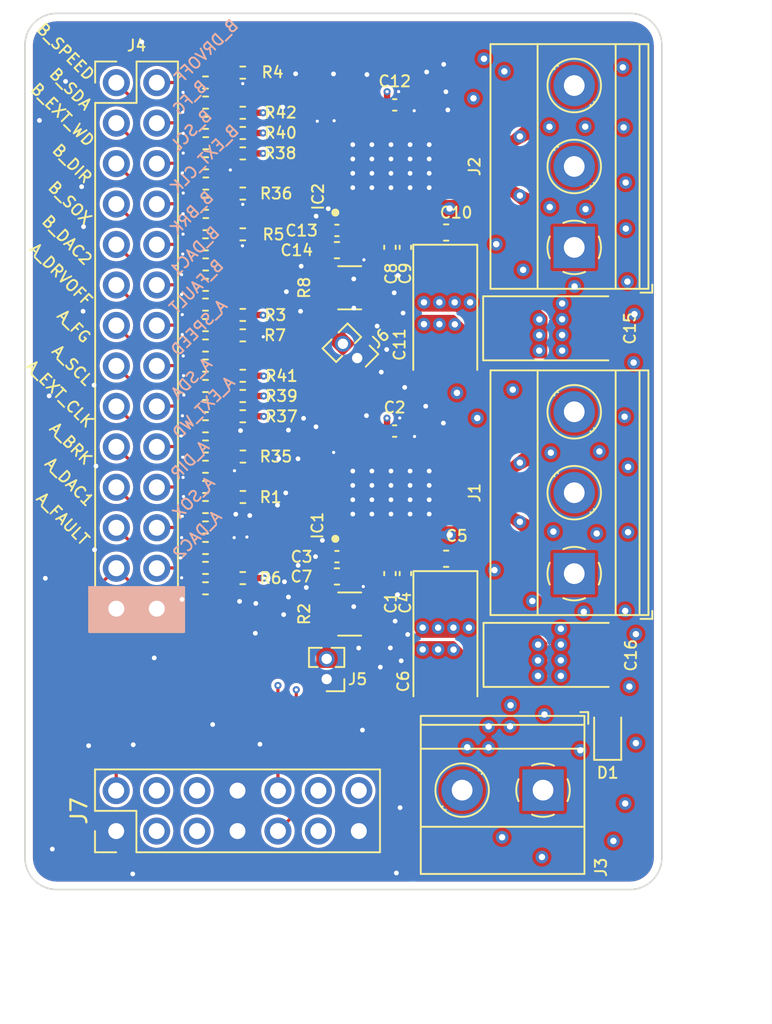
<source format=kicad_pcb>
(kicad_pcb (version 20240108) (generator "pcbnew") (generator_version "8.0")
  (layers (0 "F.Cu" signal) (1 "In1.Cu" signal) (2 "In2.Cu" signal) (31 "B.Cu" signal) (34 "B.Paste" user) (35 "F.Paste" user) (36 "B.SilkS" user "B.Silkscreen") (37 "F.SilkS" user "F.Silkscreen") (38 "B.Mask" user) (39 "F.Mask" user) (44 "Edge.Cuts" user))
  (net 0 "")
  (net 1 "Net-(IC1-CPH)")
  (net 2 "Net-(IC1-CPL)")
  (net 3 "Net-(IC1-DVDD)")
  (net 4 "Net-(IC1-CP)")
  (net 5 "Vdrive")
  (net 6 "GND")
  (net 7 "/ESC_A/VDDA")
  (net 8 "/ESC_B/VDDA")
  (net 9 "Net-(J1-Pin_1)")
  (net 15 "GNDPWR")
  (net 16 "Net-(IC1-FB_BK)")
  (net 17 "Net-(IC1-SW_BK)")
  (net 18 "Net-(IC2-CPH)")
  (net 19 "Net-(IC2-CPL)")
  (net 20 "Net-(IC2-CP)")
  (net 21 "Net-(IC2-DVDD)")
  (net 22 "Net-(IC2-FB_BK)")
  (net 23 "Net-(IC2-SW_BK)")
  (net 24 "Net-(J1-Pin_2)")
  (net 25 "Net-(J1-Pin_3)")
  (net 26 "Net-(J2-Pin_1)")
  (net 32 "/SPEED_A")
  (net 33 "/FG_A")
  (net 34 "/FAULT_A")
  (net 35 "/SPEED_B")
  (net 36 "/FG_B")
  (net 37 "/FAULT_B")
  (net 38 "/IIC_A.SDA")
  (net 39 "/IIC_A.SCL")
  (net 40 "/CTL_A.DRVOFF")
  (net 41 "/CTL_A.EXT_WD")
  (net 42 "/CTL_A.EXT_CLK")
  (net 43 "/CTL_A.DIR")
  (net 44 "/CTL_A.BRAKE")
  (net 45 "/CTL_A.DACOUT2{slash}SOX")
  (net 46 "/CTL_A.DACOUT1")
  (net 47 "/CTL_A.DACOUT2")
  (net 48 "/CTL_B.DRVOFF")
  (net 49 "/CTL_B.EXT_WD")
  (net 50 "/CTL_B.EXT_CLK")
  (net 51 "/CTL_B.DIR")
  (net 52 "/CTL_B.BRAKE")
  (net 53 "/CTL_B.DACOUT2{slash}SOX")
  (net 54 "/CTL_B.DACOUT1")
  (net 55 "/CTL_B.DACOUT2")
  (net 56 "/IIC_B.SDA")
  (net 57 "/IIC_B.SCL")
  (net 58 "Net-(J4-Pin_2)")
  (net 59 "Net-(J4-Pin_4)")
  (net 60 "Net-(J4-Pin_6)")
  (net 61 "Net-(J4-Pin_8)")
  (net 62 "Net-(J4-Pin_1)")
  (net 63 "Net-(J4-Pin_3)")
  (net 64 "Net-(J4-Pin_5)")
  (net 65 "Net-(J4-Pin_7)")
  (net 66 "Net-(J4-Pin_9)")
  (net 67 "Net-(J4-Pin_10)")
  (net 68 "Net-(J4-Pin_11)")
  (net 69 "Net-(J4-Pin_12)")
  (net 70 "Net-(J4-Pin_14)")
  (net 71 "Net-(J4-Pin_13)")
  (net 72 "Net-(J4-Pin_15)")
  (net 73 "Net-(J4-Pin_16)")
  (net 74 "Net-(J4-Pin_17)")
  (net 75 "Net-(J4-Pin_18)")
  (net 76 "Net-(J4-Pin_19)")
  (net 77 "Net-(J4-Pin_20)")
  (net 78 "Net-(J4-Pin_21)")
  (net 79 "Net-(J4-Pin_22)")
  (net 80 "Net-(J4-Pin_23)")
  (net 81 "Net-(J4-Pin_24)")
  (net 82 "Net-(J4-Pin_25)")
  (net 83 "Net-(J4-Pin_26)")
  (net 84 "Net-(J2-Pin_2)")
  (net 85 "Net-(J2-Pin_3)")
  (footprint "Resistor_SMD:R_0402_1005Metric" (layer "F.Cu") (at 121.81 98.95)
    (property "Reference" "R28" (hide yes))
    (property "Value" "100R")
  )
  (footprint "Resistor_SMD:R_0402_1005Metric" (layer "F.Cu") (at 124.15 89.41 180)
    (property "Reference" "R36")
    (property "Value" "10K")
  )
  (footprint "Capacitor_SMD:C_0402_1005Metric" (layer "F.Cu") (at 134.365 113.265 -90)
    (property "Reference" "C4")
    (property "Value" "1u")
  )
  (footprint "Resistor_SMD:R_0402_1005Metric" (layer "F.Cu") (at 121.81 97.67 180)
    (property "Reference" "R21" (hide yes))
    (property "Value" "100R")
  )
  (footprint "Connector_PinHeader_1.27mm:PinHeader_1x02_P1.27mm_Vertical" (layer "F.Cu") (at 131.338026 99.738026 -135)
    (property "Reference" "J6")
    (property "Value" "Conn_01x02_Pin")
  )
  (footprint "Connector_PinHeader_2.54mm:PinHeader_2x07_P2.54mm_Vertical" (layer "F.Cu") (at 116.2 129.43 90)
    (property "Reference" "J7")
    (property "Value" "Conn_02x06_Top_Bottom")
  )
  (footprint "Resistor_SMD:R_0402_1005Metric" (layer "F.Cu") (at 121.82 87.51 180)
    (property "Reference" "R11" (hide yes))
    (property "Value" "100R")
  )
  (footprint "Resistor_SMD:R_0402_1005Metric" (layer "F.Cu") (at 121.82 84.97 180)
    (property "Reference" "R10" (hide yes))
    (property "Value" "100R")
  )
  (footprint "Capacitor_SMD:C_0402_1005Metric" (layer "F.Cu") (at 133.395001 92.785001 -90)
    (property "Reference" "C8")
    (property "Value" "47n")
  )
  (footprint "Capacitor_SMD:C_0402_1005Metric" (layer "F.Cu") (at 134.365 92.785001 -90)
    (property "Reference" "C9")
    (property "Value" "1u")
  )
  (footprint "Capacitor_Tantalum_SMD:CP_EIA-7132-28_AVX-C" (layer "F.Cu") (at 136.87 96.9325 -90)
    (property "Reference" "C11")
    (property "Value" "100u/16V")
  )
  (footprint "Resistor_SMD:R_0402_1005Metric" (layer "F.Cu") (at 124.15 100.85 180)
    (property "Reference" "R41")
    (property "Value" "10K")
  )
  (footprint "Resistor_SMD:R_0402_1005Metric" (layer "F.Cu") (at 121.81 105.29 180)
    (property "Reference" "R24" (hide yes))
    (property "Value" "100R")
  )
  (footprint "Resistor_SMD:R_0402_1005Metric" (layer "F.Cu") (at 124.15 97.03 180)
    (property "Reference" "R3")
    (property "Value" "10K")
  )
  (footprint "Capacitor_SMD:C_0603_1608Metric" (layer "F.Cu") (at 136.925 91.855001 180)
    (property "Reference" "C10")
    (property "Value" "100n")
  )
  (footprint "TerminalBlock_Phoenix:TerminalBlock_Phoenix_MKDS-1,5-3-5.08_1x03_P5.08mm_Horizontal" (layer "F.Cu") (at 144.97 113.27 90)
    (property "Reference" "J1")
    (property "Value" "Screw_Terminal_01x03")
  )
  (footprint "Resistor_SMD:R_0402_1005Metric" (layer "F.Cu") (at 121.81 109.09)
    (property "Reference" "R32" (hide yes))
    (property "Value" "100R")
  )
  (footprint "Resistor_SMD:R_0402_1005Metric" (layer "F.Cu") (at 124.15 113.55 180)
    (property "Reference" "R6")
    (property "Value" "10K")
  )
  (footprint "Resistor_SMD:R_0402_1005Metric" (layer "F.Cu") (at 121.81 92.6 180)
    (property "Reference" "R19" (hide yes))
    (property "Value" "100R")
  )
  (footprint "Capacitor_SMD:C_0402_1005Metric" (layer "F.Cu") (at 133.69 104.32 180)
    (property "Reference" "C2")
    (property "Value" "1u")
  )
  (footprint "Resistor_SMD:R_0402_1005Metric" (layer "F.Cu") (at 124.15 85.61 180)
    (property "Reference" "R40")
    (property "Value" "10K")
  )
  (footprint "Capacitor_SMD:C_0402_1005Metric" (layer "F.Cu") (at 133.395 113.265 -90)
    (property "Reference" "C1")
    (property "Value" "47n")
  )
  (footprint "Resistor_SMD:R_0402_1005Metric" (layer "F.Cu") (at 121.81 100.21 180)
    (property "Reference" "R22" (hide yes))
    (property "Value" "100R")
  )
  (footprint "Resistor_SMD:R_0402_1005Metric" (layer "F.Cu") (at 124.15 103.39 180)
    (property "Reference" "R37")
    (property "Value" "10K")
  )
  (footprint "Resistor_SMD:R_0402_1005Metric" (layer "F.Cu") (at 121.81 107.83 180)
    (property "Reference" "R25" (hide yes))
    (property "Value" "100R")
  )
  (footprint "Capacitor_SMD:C_0603_1608Metric" (layer "F.Cu") (at 130.065001 92.965001)
    (property "Reference" "C14")
    (property "Value" "22u")
  )
  (footprint "Resistor_SMD:R_0402_1005Metric" (layer "F.Cu") (at 124.16 105.92 180)
    (property "Reference" "R35")
    (property "Value" "10K")
  )
  (footprint "Capacitor_SMD:C_0402_1005Metric" (layer "F.Cu") (at 130.065 112.205 180)
    (property "Reference" "C3")
    (property "Value" "1u")
  )
  (footprint "Capacitor_SMD:C_0603_1608Metric" (layer "F.Cu") (at 136.925 112.335 180)
    (property "Reference" "C5")
    (property "Value" "100n")
  )
  (footprint "Resistor_SMD:R_0402_1005Metric" (layer "F.Cu") (at 121.81 96.38)
    (property "Reference" "R18" (hide yes))
    (property "Value" "100R")
  )
  (footprint "Connector_PinHeader_2.54mm:PinHeader_2x14_P2.54mm_Vertical" (layer "F.Cu") (at 116.21 82.45)
    (property "Reference" "J4")
    (property "Value" "Conn_02x12_Odd_Even")
  )
  (footprint "Resistor_SMD:R_0402_1005Metric" (layer "F.Cu") (at 121.81 82.44 180)
    (property "Reference" "R9" (hide yes))
    (property "Value" "100R")
  )
  (footprint "Connector_PinHeader_1.27mm:PinHeader_1x02_P1.27mm_Vertical" (layer "F.Cu") (at 129.42 119.889999 180)
    (property "Reference" "J5")
    (property "Value" "Conn_01x02_Pin")
  )
  (footprint "Resistor_SMD:R_0402_1005Metric" (layer "F.Cu") (at 124.15 98.31)
    (property "Reference" "R7")
    (property "Value" "10K")
  )
  (footprint "Resistor_SMD:R_0402_1005Metric" (layer "F.Cu") (at 124.15 81.82)
    (property "Reference" "R4")
    (property "Value" "10K")
  )
  (footprint "Capacitor_SMD:C_0402_1005Metric" (layer "F.Cu") (at 133.694999 83.845001 180)
    (property "Reference" "C12")
    (property "Value" "1u")
  )
  (footprint "Capacitor_SMD:C_0402_1005Metric" (layer "F.Cu") (at 130.065002 91.725001 180)
    (property "Reference" "C13")
    (property "Value" "1u")
  )
  (footprint "Resistor_SMD:R_0402_1005Metric" (layer "F.Cu") (at 124.15 102.12 180)
    (property "Reference" "R39")
    (property "Value" "10K")
  )
  (footprint "Capacitor_SMD:C_0603_1608Metric" (layer "F.Cu") (at 130.065 113.445)
    (property "Reference" "C7")
    (property "Value" "22u")
  )
  (footprint "Resistor_SMD:R_0402_1005Metric" (layer "F.Cu") (at 124.15 84.34 180)
    (property "Reference" "R42")
    (property "Value" "10K")
  )
  (footprint "Resistor_SMD:R_1210_3225Metric" (layer "F.Cu") (at 130.865 115.805 180)
    (property "Reference" "R2")
    (property "Value" "?")
  )
  (footprint "Resistor_SMD:R_0402_1005Metric" (layer "F.Cu") (at 121.82 93.86)
    (property "Reference" "R17" (hide yes))
    (property "Value" "100R")
  )
  (footprint "Resistor_SMD:R_1210_3225Metric" (layer "F.Cu") (at 130.865001 95.325001 180)
    (property "Reference" "R8")
    (property "Value" "?")
  )
  (footprint "Resistor_SMD:R_0402_1005Metric" (layer "F.Cu") (at 121.82 83.7)
    (property "Reference" "R13" (hide yes))
    (property "Value" "100R")
  )
  (footprint "Resistor_SMD:R_0402_1005Metric" (layer "F.Cu") (at 121.83 86.25)
    (property "Reference" "R14" (hide yes))
    (property "Value" "100R")
  )
  (footprint "Resistor_SMD:R_0402_1005Metric" (layer "F.Cu") (at 121.83 91.33)
    (property "Reference" "R16" (hide yes))
    (property "Value" "100R")
  )
  (footprint "Resistor_SMD:R_0402_1005Metric" (layer "F.Cu") (at 121.81 111.66)
    (property "Reference" "R33" (hide yes))
    (property "Value" "100R")
  )
  (footprint "Capacitor_Tantalum_SMD:CP_EIA-7132-28_AVX-C" (layer "F.Cu") (at 143.56 97.87)
    (property "Reference" "C15")
    (property "Value" "100u/16V")
  )
  (footprint "Resistor_SMD:R_0402_1005Metric" (layer "F.Cu") (at 121.83 88.78)
    (property "Reference" "R15" (hide yes))
    (property "Value" "100R")
  )
  (footprint "Resistor_SMD:R_0402_1005Metric" (layer "F.Cu") (at 121.81 102.75 180)
    (property "Reference" "R23" (hide yes))
    (property "Value" "100R")
  )
  (footprint "Capacitor_Tantalum_SMD:CP_EIA-7132-28_AVX-C" (layer "F.Cu") (at 143.5825 118.37)
    (property "Reference" "C16")
    (property "Value" "100u/16V")
  )
  (footprint "Resistor_SMD:R_0402_1005Metric" (layer "F.Cu") (at 121.81 104.02)
    (property "Reference" "R30" (hide yes))
    (property "Value" "100R")
  )
  (footprint "Resistor_SMD:R_0402_1005Metric" (layer "F.Cu") (at 121.81 112.91 180)
    (property "Reference" "R27" (hide yes))
    (property "Value" "100R")
  )
  (footprint "Resistor_SMD:R_0402_1005Metric" (layer "F.Cu") (at 121.81 110.37 180)
    (property "Reference" "R26" (hide yes))
    (property "Value" "100R")
  )
  (footprint "parts:QFN50P500X700X100-41N-D" (layer "F.Cu") (at 133.465 108.185 90)
    (property "Reference" "IC1")
    (property "Value" "MCT8316A1VRGFR" (hide yes))
  )
  (footprint "Resistor_SMD:R_0402_1005Metric" (layer "F.Cu") (at 124.15 91.97)
    (property "Reference" "R5")
    (property "Value" "10K")
  )
  (footprint "TerminalBlock_Phoenix:TerminalBlock_Phoenix_MKDS-1,5-3-5.08_1x03_P5.08mm_Horizontal" (layer "F.Cu") (at 144.97 92.789999 90)
    (property "Reference" "J2")
    (property "Value" "Screw_Terminal_01x03")
  )
  (footprint "Resistor_SMD:R_0402_1005Metric" (layer "F.Cu") (at 124.16 108.46)
    (property "Reference" "R1")
    (property "Value" "10K")
  )
  (footprint "Resistor_SMD:R_0402_1005Metric" (layer "F.Cu") (at 121.81 114.19)
    (property "Reference" "R34" (hide yes))
    (property "Value" "100R")
  )
  (footprint "TerminalBlock_Phoenix:TerminalBlock_Phoenix_MKDS-1,5-2-5.08_1x02_P5.08mm_Horizontal" (layer "F.Cu") (at 143.01 126.86 180)
    (property "Reference" "J3")
    (property "Value" "Screw_Terminal_01x03")
  )
  (footprint "Resistor_SMD:R_0402_1005Metric" (layer "F.Cu") (at 121.82 95.14 180)
    (property "Reference" "R20" (hide yes))
    (property "Value" "100R")
  )
  (footprint "Capacitor_Tantalum_SMD:CP_EIA-7132-28_AVX-C" (layer "F.Cu") (at 136.88 117.4225 -90)
    (property "Reference" "C6")
    (property "Value" "100u/16V")
  )
  (footprint "parts:QFN50P500X700X100-41N-D" (layer "F.Cu") (at 133.465 87.705001 90)
    (property "Reference" "IC2")
    (property "Value" "MCT8316A1VRGFR" (hide yes))
  )
  (footprint "Diode_SMD:D_SOD-323" (layer "F.Cu") (at 147.07 123.35 90)
    (property "Reference" "D1")
    (property "Value" "SD36_SOD323")
  )
  (footprint "Resistor_SMD:R_0402_1005Metric" (layer "F.Cu") (at 121.81 101.49)
    (property "Reference" "R29" (hide yes))
    (property "Value" "100R")
  )
  (footprint "Resistor_SMD:R_0402_1005Metric" (layer "F.Cu") (at 121.81 106.56)
    (property "Reference" "R31" (hide yes))
    (property "Value" "100R")
  )
  (footprint "Resistor_SMD:R_0402_1005Metric" (layer "F.Cu") (at 121.82 90.05 180)
    (property "Reference" "R12" (hide yes))
    (property "Value" "100R")
  )
  (footprint "Resistor_SMD:R_0402_1005Metric" (layer "F.Cu") (at 124.15 86.89 180)
    (property "Reference" "R38")
    (property "Value" "10K")
  )
  (footprint "NetTie:NetTie-2_SMD_Pad0.5mm" (layer "B.Cu") (at 136.640001 90.35)
    (property "Reference" "NT2" (hide yes))
    (property "Value" "NetTie_2" (hide yes))
  )
  (footprint "NetTie:NetTie-2_SMD_Pad0.5mm" (layer "B.Cu") (at 136.65 110.84)
    (property "Reference" "NT1" (hide yes))
    (property "Value" "NetTie_2" (hide yes))
  )
  (gr_rect (start 114.52 114.13) (end 120.45 116.92) (stroke (width 0.15)) (fill solid) (layer "B.SilkS"))
  (gr_rect (start 114.52 114.13) (end 120.45 116.92) (stroke (width 0.15)) (fill solid) (layer "F.SilkS"))
  (gr_line (start 150.47 80.1) (end 150.47 131.1) (stroke (width 0.1)) (layer "Edge.Cuts"))
  (gr_line (start 110.47 131.1) (end 110.47 80.1) (stroke (width 0.1)) (layer "Edge.Cuts"))
  (gr_arc (start 110.469901 80.1) (mid 111.055716 78.685716) (end 112.47 78.099901) (stroke (width 0.1)) (layer "Edge.Cuts"))
  (gr_arc (start 148.47 78.1) (mid 149.884214 78.685786) (end 150.47 80.1) (stroke (width 0.1)) (layer "Edge.Cuts"))
  (gr_line (start 112.47 78.099901) (end 148.47 78.099901) (stroke (width 0.1)) (layer "Edge.Cuts"))
  (gr_line (start 148.47 133.1) (end 112.47 133.1) (stroke (width 0.1)) (layer "Edge.Cuts"))
  (gr_arc (start 150.47 131.1) (mid 149.884214 132.514214) (end 148.47 133.1) (stroke (width 0.1)) (layer "Edge.Cuts"))
  (gr_arc (start 112.47 133.1) (mid 111.055786 132.514214) (end 110.47 131.1) (stroke (width 0.1)) (layer "Edge.Cuts"))
  (gr_text "B_SCL" (at 122.37 84.58 45) (layer "B.SilkS") (effects (font (size 0.7 0.7) (thickness 0.12) (bold yes)) (justify left bottom mirror)))
  (gr_text "A_EXT_WD" (at 123.81 101.32 45) (layer "B.SilkS") (effects (font (size 0.7 0.7) (thickness 0.12) (bold yes)) (justify left bottom mirror)))
  (gr_text "B_DAC1" (at 122.85 91.9 45) (layer "B.SilkS") (effects (font (size 0.7 0.7) (thickness 0.12) (bold yes)) (justify left bottom mirror)))
  (gr_text "A_DAC2" (at 122.98 109.74 45) (layer "B.SilkS") (effects (font (size 0.7 0.7) (thickness 0.12) (bold yes)) (justify left bottom mirror)))
  (gr_text "A_DIR" (at 122.2 105.36 45) (layer "B.SilkS") (effects (font (size 0.7 0.7) (thickness 0.12) (bold yes)) (justify left bottom mirror)))
  (gr_text "B_BRK" (at 122.47 89.69 45) (layer "B.SilkS") (effects (font (size 0.7 0.7) (thickness 0.12) (bold yes)) (justify left bottom mirror)))
  (gr_text "B_EXT_CLK" (at 124.06 85.51 45) (layer "B.SilkS") (effects (font (size 0.7 0.7) (thickness 0.12) (bold yes)) (justify left bottom mirror)))
  (gr_text "A_SPEED" (at 123.33 96.5 45) (layer "B.SilkS") (effects (font (size 0.7 0.7) (thickness 0.12) (bold yes)) (justify left bottom mirror)))
  (gr_text "A_SDA" (at 122.38 100.16 45) (layer "B.SilkS") (effects (font (size 0.7 0.7) (thickness 0.12) (bold yes)) (justify left bottom mirror)))
  (gr_text "A_SOX" (at 122.55 107.61 45) (layer "B.SilkS") (effects (font (size 0.7 0.7) (thickness 0.12) (bold yes)) (justify left bottom mirror)))
  (gr_text "B_DRVOFF" (at 124.03 78.9 45) (layer "B.SilkS") (effects (font (size 0.7 0.7) (thickness 0.12) (bold yes)) (justify left bottom mirror)))
  (gr_text "B_FAULT" (at 123.1 93.97 45) (layer "B.SilkS") (effects (font (size 0.7 0.7) (thickness 0.12) (bold yes)) (justify left bottom mirror)))
  (gr_text "B_FG" (at 122.08 82.73 45) (layer "B.SilkS") (effects (font (size 0.7 0.7) (thickness 0.12) (bold yes)) (justify left bottom mirror)))
  (gr_text "A_FAULT" (at 111.03 108.59 -45) (layer "F.SilkS") (effects (font (size 0.7 0.7) (thickness 0.12) (bold yes)) (justify left bottom)))
  (gr_text "B_SOX" (at 111.78 89.06 -45) (layer "F.SilkS") (effects (font (size 0.7 0.7) (thickness 0.12) (bold yes)) (justify left bottom)))
  (gr_text "B_EXT_WD" (at 110.68 82.9 -45) (layer "F.SilkS") (effects (font (size 0.7 0.7) (thickness 0.12) (bold yes)) (justify left bottom)))
  (gr_text "A_EXT_CLK" (at 110.38 100.29 -45) (layer "F.SilkS") (effects (font (size 0.7 0.7) (thickness 0.12) (bold yes)) (justify left bottom)))
  (gr_text "B_DAC2" (at 111.39 91.19 -45) (layer "F.SilkS") (effects (font (size 0.7 0.7) (thickness 0.12) (bold yes)) (justify left bottom)))
  (gr_text "A_BRK" (at 111.86 104.2 -45) (layer "F.SilkS") (effects (font (size 0.7 0.7) (thickness 0.12) (bold yes)) (justify left bottom)))
  (gr_text "A_DRVOFF" (at 110.59 92.94 -45) (layer "F.SilkS") (effects (font (size 0.7 0.7) (thickness 0.12) (bold yes)) (justify left bottom)))
  (gr_text "B_SDA" (at 111.86 81.95 -45) (layer "F.SilkS") (effects (font (size 0.7 0.7) (thickness 0.12) (bold yes)) (justify left bottom)))
  (gr_text "A_FG" (at 112.34 97.12 -45) (layer "F.SilkS") (effects (font (size 0.7 0.7) (thickness 0.12) (bold yes)) (justify left bottom)))
  (gr_text "B_SPEED" (at 111.06 79.13 -45) (layer "F.SilkS") (effects (font (size 0.7 0.7) (thickness 0.12) (bold yes)) (justify left bottom)))
  (gr_text "B_DIR" (at 112.04 86.72 -45) (layer "F.SilkS") (effects (font (size 0.7 0.7) (thickness 0.12) (bold yes)) (justify left bottom)))
  (gr_text "A_DAC1" (at 111.57 106.4 -45) (layer "F.SilkS") (effects (font (size 0.7 0.7) (thickness 0.12) (bold yes)) (justify left bottom)))
  (gr_text "A_SCL" (at 112.01 99.34 315) (layer "F.SilkS") (effects (font (size 0.7 0.7) (thickness 0.12) (bold yes)) (justify left bottom)))
  (segment (start 133.715 112.095) (end 133.715 110.685) (width 0.2) (layer "F.Cu") (net 1))
  (segment (start 133.395 112.785) (end 133.395 112.415) (width 0.2) (layer "F.Cu") (net 1))
  (segment (start 133.395 112.415) (end 133.715 112.095) (width 0.2) (layer "F.Cu") (net 1))
  (segment (start 133.038866 112.205) (end 132.785 112.458866) (width 0.2) (layer "F.Cu") (net 2))
  (segment (start 132.785 112.458866) (end 132.785 113.135) (width 0.2) (layer "F.Cu") (net 2))
  (segment (start 133.215 110.685) (end 133.215 112.029314) (width 0.2) (layer "F.Cu") (net 2))
  (segment (start 133.215 112.029314) (end 133.039314 112.205) (width 0.2) (layer "F.Cu") (net 2))
  (segment (start 133.039314 112.205) (end 133.038866 112.205) (width 0.2) (layer "F.Cu") (net 2))
  (segment (start 132.785 113.135) (end 133.395 113.745) (width 0.2) (layer "F.Cu") (net 2))
  (segment (start 130.715 110.685) (end 130.715 110.915) (width 0.2) (layer "F.Cu") (net 3))
  (segment (start 129.585 112.045) (end 129.585 112.205) (width 0.2) (layer "F.Cu") (net 3))
  (segment (start 130.715 110.915) (end 129.585 112.045) (width 0.2) (layer "F.Cu") (net 3))
  (segment (start 134.215 110.685) (end 134.215 112.635) (width 0.2) (layer "F.Cu") (net 4))
  (segment (start 134.215 112.635) (end 134.365 112.785) (width 0.2) (layer "F.Cu") (net 4))
  (via (at 137.46 96.24) (size 0.8) (drill 0.4) (layers "F.Cu" "B.Cu") (net 5))
  (via (at 137.38 116.66) (size 0.8) (drill 0.4) (layers "F.Cu" "B.Cu") (net 5))
  (via (at 139.59 122.86) (size 0.8) (drill 0.4) (layers "F.Cu" "B.Cu") (net 5))
  (via (at 136.5 96.24) (size 0.8) (drill 0.4) (layers "F.Cu" "B.Cu") (net 5))
  (via (at 140.97 121.53) (size 0.8) (drill 0.4) (layers "F.Cu" "B.Cu") (net 5))
  (via (at 142.69 119.69) (size 0.8) (drill 0.4) (layers "F.Cu" "B.Cu") (net 5))
  (via (at 142.77 98.3) (size 0.8) (drill 0.4) (layers "F.Cu" "B.Cu") (net 5))
  (via (at 142.7 117.73) (size 0.8) (drill 0.4) (layers "F.Cu" "B.Cu") (net 5))
  (via (at 142.78 97.31) (size 0.8) (drill 0.4) (layers "F.Cu" "B.Cu") (net 5))
  (via (at 138.25 124.17) (size 0.8) (drill 0.4) (layers "F.Cu" "B.Cu") (net 5))
  (via (at 138.43 96.24) (size 0.8) (drill 0.4) (layers "F.Cu" "B.Cu") (net 5))
  (via (at 138.35 116.66) (size 0.8) (drill 0.4) (layers "F.Cu" "B.Cu") (net 5))
  (via (at 142.77 99.27) (size 0.8) (drill 0.4) (layers "F.Cu" "B.Cu") (net 5))
  (via (at 143.1 122.11) (size 0.8) (drill 0.4) (layers "F.Cu" "B.Cu") (net 5))
  (via (at 142.69 118.72) (size 0.8) (drill 0.4) (layers "F.Cu" "B.Cu") (net 5))
  (via (at 135.45 116.66) (size 0.8) (drill 0.4) (layers "F.Cu" "B.Cu") (net 5))
  (via (at 139.59 124.18) (size 0.8) (drill 0.4) (layers "F.Cu" "B.Cu") (net 5))
  (via (at 136.42 116.66) (size 0.8) (drill 0.4) (layers "F.Cu" "B.Cu") (net 5))
  (via (at 140.94 122.86) (size 0.8) (drill 0.4) (layers "F.Cu" "B.Cu") (net 5))
  (via (at 135.53 96.24) (size 0.8) (drill 0.4) (layers "F.Cu" "B.Cu") (net 5))
  (via (at 131.06 89.04) (size 0.6) (drill 0.3) (layers "F.Cu" "B.Cu") (net 6))
  (via (at 133.42 117.93) (size 0.6) (drill 0.3) (layers "F.Cu" "B.Cu") (net 6))
  (via (at 133.72 116.25) (size 0.6) (drill 0.3) (layers "F.Cu" "B.Cu") (net 6))
  (via (at 134.66 89.04) (size 0.6) (drill 0.3) (layers "F.Cu" "B.Cu") (net 6))
  (via (at 117.81 79.89) (size 0.6) (drill 0.3) (layers "F.Cu" "B.Cu") (net 6))
  (via (at 126.66 83.98) (size 0.6) (drill 0.3) (layers "F.Cu" "B.Cu") (net 6))
  (via (at 120.35 97.01) (size 0.45) (drill 0.2) (layers "F.Cu" "B.Cu") (net 6))
  (via (at 132.79 119.14) (size 0.6) (drill 0.3) (layers "F.Cu" "B.Cu") (net 6))
  (via (at 135.86 106.83) (size 0.6) (drill 0.3) (layers "F.Cu" "B.Cu") (net 6))
  (via (at 133.46 108.63) (size 0.6) (drill 0.3) (layers "F.Cu" "B.Cu") (net 6))
  (via (at 120.41 89.38) (size 0.45) (drill 0.2) (layers "F.Cu" "B.Cu") (net 6))
  (via (at 132.26 108.63) (size 0.6) (drill 0.3) (layers "F.Cu" "B.Cu") (net 6))
  (via (at 129.89 84.84) (size 0.45) (drill 0.2) (layers "F.Cu" "B.Cu") (net 6))
  (via (at 132.26 88.14) (size 0.6) (drill 0.3) (layers "F.Cu" "B.Cu") (net 6))
  (via (at 134.1 118.74) (size 0.6) (drill 0.3) (layers "F.Cu" "B.Cu") (net 6))
  (via (at 134.51 117.09) (size 0.6) (drill 0.3) (layers "F.Cu" "B.Cu") (net 6))
  (via (at 129.15 111.18) (size 0.6) (drill 0.3) (layers "F.Cu" "B.Cu") (net 6))
  (via (at 134.66 88.14) (size 0.6) (drill 0.3) (layers "F.Cu" "B.Cu") (net 6))
  (via (at 128.72 112.2) (size 0.6) (drill 0.3) (layers "F.Cu" "B.Cu") (net 6))
  (via (at 120.4 91.96) (size 0.45) (drill 0.2) (layers "F.Cu" "B.Cu") (net 6))
  (via (at 127.62 106.06) (size 0.6) (drill 0.3) (layers "F.Cu" "B.Cu") (net 6))
  (via (at 120.31 113.53) (size 0.45) (drill 0.2) (layers "F.Cu" "B.Cu") (net 6))
  (via (at 123.95 115.01) (size 0.6) (drill 0.3) (layers "F.Cu" "B.Cu") (net 6))
  (via (at 111.75 113.56) (size 0.6) (drill 0.3) (layers "F.Cu" "B.Cu") (net 6))
  (via (at 126.77 113.78) (size 0.6) (drill 0.3) (layers "F.Cu" "B.Cu") (net 6))
  (via (at 113.02 82.37) (size 0.6) (drill 0.3) (layers "F.Cu" "B.Cu") (net 6))
  (via (at 129.86 105.66) (size 0.45) (drill 0.2) (layers "F.Cu" "B.Cu") (net 6))
  (via (at 133.94 83.01) (size 0.45) (drill 0.2) (layers "F.Cu" "B.Cu") (net 6))
  (via (at 120.4 83.06) (size 0.45) (drill 0.2) (layers "F.Cu" "B.Cu") (net 6))
  (via (at 133.88 114.59) (size 0.6) (drill 0.3) (layers "F.Cu" "B.Cu") (net 6))
  (via (at 135.86 109.53) (size 0.6) (drill 0.3) (layers "F.Cu" "B.Cu") (net 6))
  (via (at 120.4 107.23) (size 0.45) (drill 0.2) (layers "F.Cu" "B.Cu") (net 6))
  (via (at 127.47 81.89) (size 0.6) (drill 0.3) (layers "F.Cu" "B.Cu") (net 6))
  (via (at 120.43 100.84) (size 0.45) (drill 0.2) (layers "F.Cu" "B.Cu") (net 6))
  (via (at 135.64 102.76) (size 0.6) (drill 0.3) (layers "F.Cu" "B.Cu") (net 6))
  (via (at 117.27 124.01) (size 0.6) (drill 0.3) (layers "F.Cu" "B.Cu") (net 6))
  (via (at 132.59 97.73) (size 0.6) (drill 0.3) (layers "F.Cu" "B.Cu") (net 6))
  (via (at 131.06 86.34) (size 0.6) (drill 0.3) (layers "F.Cu" "B.Cu") (net 6))
  (via (at 127.78 96.8) (size 0.6) (drill 0.3) (layers "F.Cu" "B.Cu") (net 6))
  (via (at 114.15 91.49) (size 0.6) (drill 0.3) (layers "F.Cu" "B.Cu") (net 6))
  (via (at 120.41 85.63) (size 0.45) (drill 0.2) (layers "F.Cu" "B.Cu") (net 6))
  (via (at 114.81 101.44) (size 0.6) (drill 0.3) (layers "F.Cu" "B.Cu") (net 6))
  (via (at 133.8 132.06) (size 0.6) (drill 0.3) (layers "F.Cu" "B.Cu") (net 6))
  (via (at 135.86 108.63) (size 0.6) (drill 0.3) (layers "F.Cu" "B.Cu") (net 6))
  (via (at 114.47 124.07) (size 0.6) (drill 0.3) (layers "F.Cu" "B.Cu") (net 6))
  (via (at 135.7 81.78) (size 0.6) (drill 0.3) (layers "F.Cu" "B.Cu") (net 6))
  (via (at 134.66 108.63) (size 0.6) (drill 0.3) (layers "F.Cu" "B.Cu") (net 6))
  (via (at 127.63 112.75) (size 0.6) (drill 0.3) (layers "F.Cu" "B.Cu") (net 6))
  (via (at 134.66 86.34) (size 0.6) (drill 0.3) (layers "F.Cu" "B.Cu") (net 6))
  (via (at 124.59 109.62) (size 0.6) (drill 0.3) (layers "F.Cu" "B.Cu") (net 6))
  (via (at 120.31 111.01) (size 0.45) (drill 0.2) (layers "F.Cu" "B.Cu") (net 6))
  (via (at 131.06 108.63) (size 0.6) (drill 0.3) (layers "F.Cu" "B.Cu") (net 6))
  (via (at 120.45 102.06) (size 0.45) (drill 0.2) (layers "F.Cu" "B.Cu") (net 6))
  (via (at 131.06 88.14) (size 0.6) (drill 0.3) (layers "F.Cu" "B.Cu") (net 6))
  (via (at 136.91 83.02) (size 0.6) (drill 0.3) (layers "F.Cu" "B.Cu") (net 6))
  (via (at 117.24 132.12) (size 0.6) (drill 0.3) (layers "F.Cu" "B.Cu") (net 6))
  (via (at 136.77 81.3) (size 0.6) (drill 0.3) (layers "F.Cu" "B.Cu") (net 6))
  (via (at 134.66 106.83) (size 0.6) (drill 0.3) (layers "F.Cu" "B.Cu") (net 6))
  (via (at 124.13 92.69) (size 0.45) (drill 0.2) (layers "F.Cu" "B.Cu") (net 6))
  (via (at 133.46 86.34) (size 0.6) (drill 0.3) (layers "F.Cu" "B.Cu") (net 6))
  (via (at 135.86 86.34) (size 0.6) (drill 0.3) (layers "F.Cu" "B.Cu") (net 6))
  (via (at 124.41 110.97) (size 0.45) (drill 0.2) (layers "F.Cu" "B.Cu") (net 6))
  (via (at 126.72 115.84) (size 0.6) (drill 0.3) (layers "F.Cu" "B.Cu") (net 6))
  (via (at 120.41 99.6) (size 0.45) (drill 0.2) (layers "F.Cu" "B.Cu") (net 6))
  (via (at 120.36 88.11) (size 0.45) (drill 0.2) (layers "F.Cu" "B.Cu") (net 6))
  (via (at 114.93 106.52) (size 0.6) (drill 0.3) (layers "F.Cu" "B.Cu") (net 6))
  (via (at 127.97 103.52) (size 0.6) (drill 0.3) (layers "F.Cu" "B.Cu") (net 6))
  (via (at 120.31 94.5) (size 0.45) (drill 0.2) (layers "F.Cu" "B.Cu") (net 6))
  (via (at 132.85 100.62) (size 0.6) (drill 0.3) (layers "F.Cu" "B.Cu") (net 6))
  (via (at 120.28 104.63) (size 0.45) (drill 0.2) (layers "F.Cu" "B.Cu") (net 6))
  (via (at 134.92 84.21) (size 0.45) (drill 0.2) (layers "F.Cu" "B.Cu") (net 6))
  (via (at 132.26 106.83) (size 0.6) (drill 0.3) (layers "F.Cu" "B.Cu") (net 6))
  (via (at 124.15 82.51) (size 0.45) (drill 0.2) (layers "F.Cu" "B.Cu") (net 6))
  (via (at 124.94 117.01) (size 0.6) (drill 0.3) (layers "F.Cu" "B.Cu") (net 6))
  (via (at 131.06 87.24) (size 0.6) (drill 0.3) (layers "F.Cu" "B.Cu") (net 6))
  (via (at 131.06 106.83) (size 0.6) (drill 0.3) (layers "F.Cu" "B.Cu") (net 6))
  (via (at 126.41 106.06) (size 0.6) (drill 0.3) (layers "F.Cu" "B.Cu") (net 6))
  (via (at 133.46 88.14) (size 0.6) (drill 0.3) (layers "F.Cu" "B.Cu") (net 6))
  (via (at 131.76 93.57) (size 0.45) (drill 0.2) (layers "F.Cu" "B.Cu") (net 6))
  (via (at 134.01 103.5) (size 0.45) (drill 0.2) (layers "F.Cu" "B.Cu") (net 6))
  (via (at 133.46 106.83) (size 0.6) (drill 0.3) (layers "F.Cu" "B.Cu") (net 6))
  (via (at 132.26 86.34) (size 0.6) (drill 0.3) (layers "F.Cu" "B.Cu") (net 6))
  (via (at 133.9 94.55) (size 0.6) (drill 0.3) (layers "F.Cu" "B.Cu") (net 6))
  (via (at 112.19 130.56) (size 0.6) (drill 0.3) (layers "F.Cu" "B.Cu") (net 6))
  (via (at 120.38 84.3) (size 0.45) (drill 0.2) (layers "F.Cu" "B.Cu") (net 6))
  (via (at 131.67 123.09) (size 0.6) (drill 0.3) (layers "F.Cu" "B.Cu") (net 6))
  (via (at 134.66 87.24) (size 0.6) (drill 0.3) (layers "F.Cu" "B.Cu") (net 6))
  (via (at 118.59 118.56) (size 0.6) (drill 0.3) (layers "F.Cu" "B.Cu") (net 6))
  (via (at 127.82 93.97) (size 0.6) (drill 0.3) (layers "F.Cu" "B.Cu") (net 6))
  (via (at 114.84 111.77) (size 0.6) (drill 0.3) (layers "F.Cu" "B.Cu") (net 6))
  (via (at 126.85 108.2) (size 0.6) (drill 0.3) (layers "F.Cu" "B.Cu") (net 6))
  (via (at 128.83 84.87) (size 0.45) (drill 0.2) (layers "F.Cu" "B.Cu") (net 6))
  (via (at 120.31 95.74) (size 0.45) (drill 0.2) (layers "F.Cu" "B.Cu") (net 6))
  (via (at 131.92 103.35) (size 0.6) (drill 0.3) (layers "F.Cu" "B.Cu") (net 6))
  (via (at 132.26 87.24) (size 0.6) (drill 0.3) (layers "F.Cu" "B.Cu") (net 6))
  (via (at 133.66 95.64) (size 0.6) (drill 0.3) (layers "F.Cu" "B.Cu") (net 6))
  (via (at 124.01 104.29) (size 0.6) (drill 0.3) (layers "F.Cu" "B.Cu") (net 6))
  (via (at 123.37 87.93) (size 0.45) (drill 0.2) (layers "F.Cu" "B.Cu") (net 6))
  (via (at 137.03 84.16) (size 0.6) (drill 0.3) (layers "F.Cu" "B.Cu") (net 6))
  (via (at 120.41 86.87) (size 0.45) (drill 0.2) (layers "F.Cu" "B.Cu") (net 6))
  (via (at 111.38 84.82) (size 0.6) (drill 0.3) (layers "F.Cu" "B.Cu") (net 6))
  (via (at 135.86 89.04) (size 0.6) (drill 0.3) (layers "F.Cu" "B.Cu") (net 6))
  (via (at 122.26 122.74) (size 0.6) (drill 0.3) (layers "F.Cu" "B.Cu") (net 6))
  (via (at 120.23 112.28) (size 0.45) (drill 0.2) (layers "F.Cu" "B.Cu") (net 6))
  (via (at 120.38 93.21) (size 0.45) (drill 0.2) (layers "F.Cu" "B.Cu") (net 6))
  (via (at 131.95 81.94) (size 0.6) (drill 0.3) (layers "F.Cu" "B.Cu") (net 6))
  (via (at 132.26 89.04) (size 0.6) (drill 0.3) (layers "F.Cu" "B.Cu") (net 6))
  (via (at 136.75 103.82) (size 0.6) (drill 0.3) (layers "F.Cu" "B.Cu") (net 6))
  (via (at 123.71 109.54) (size 0.6) (drill 0.3) (layers "F.Cu" "B.Cu") (net 6))
  (via (at 126.33 108.97) (size 0.6) (drill 0.3) (layers "F.Cu" "B.Cu") (net 6))
  (via (at 131.13 96.6) (size 0.6) (drill 0.3) (layers "F.Cu" "B.Cu") (net 6))
  (via (at 132.26 109.53) (size 0.6) (drill 0.3) (layers "F.Cu" "B.Cu") (net 6))
  (via (at 125.23 123.98) (size 0.6) (drill 0.3) (layers "F.Cu" "B.Cu") (net 6))
  (via (at 134.66 109.53) (size 0.6) (drill 0.3) (layers "F.Cu" "B.Cu") (net 6))
  (via (at 131.12 115.34) (size 0.6) (drill 0.3) (layers "F.Cu" "B.Cu") (net 6))
  (via (at 120.38 105.96) (size 0.45) (drill 0.2) (layers "F.Cu" "B.Cu") (net 6))
  (via (at 133.46 89.04) (size 0.6) (drill 0.3) (layers "F.Cu" "B.Cu") (net 6))
  (via (at 133.46 87.24) (size 0.6) (drill 0.3) (layers "F.Cu" "B.Cu") (net 6))
  (via (at 133.46 109.53) (size 0.6) (drill 0.3) (layers "F.Cu" "B.Cu") (net 6))
  (via (at 126.89 95.57) (size 0.6) (drill 0.3) (layers "F.Cu" "B.Cu") (net 6))
  (via (at 120.35 98.26) (size 0.45) (drill 0.2) (layers "F.Cu" "B.Cu") (net 6))
  (via (at 133.46 107.73) (size 0.6) (drill 0.3) (layers "F.Cu" "B.Cu") (net 6))
  (via (at 125.44 98.4) (size 0.45) (drill 0.2) (layers "F.Cu" "B.Cu") (net 6))
  (via (at 132.26 107.73) (size 0.6) (drill 0.3) (layers "F.Cu" "B.Cu") (net 6))
  (via (at 134.03 127.96) (size 0.6) (drill 0.3) (layers "F.Cu" "B.Cu") (net 6))
  (via (at 128.14 114.14) (size 0.6) (drill 0.3) (layers "F.Cu" "B.Cu") (net 6))
  (via (at 135.86 107.73) (size 0.6) (drill 0.3) (layers "F.Cu" "B.Cu") (net 6))
  (via (at 131.12 94.77) (size 0.6) (drill 0.3) (layers "F.Cu" "B.Cu") (net 6))
  (via (at 135.86 87.24) (size 0.6) (drill 0.3) (layers "F.Cu" "B.Cu") (net 6))
  (via (at 123.61 111.01) (size 0.45) (drill 0.2) (layers "F.Cu" "B.Cu") (net 6))
  (via (at 124.97 115.14) (size 0.6) (drill 0.3) (layers "F.Cu" "B.Cu") (net 6))
  (via (at 131.43 117.94) (size 0.6) (drill 0.3) (layers "F.Cu" "B.Cu") (net 6))
  (via (at 127.02 104.26) (size 0.6) (drill 0.3) (layers "F.Cu" "B.Cu") (net 6))
  (via (at 134.94 104.66) (size 0.45) (drill 0.2) (layers "F.Cu" "B.Cu") (net 6))
  (via (at 120.36 103.36) (size 0.45) (drill 0.2) (layers "F.Cu" "B.Cu") (net 6))
  (via (at 134.66 107.73) (size 0.6) (drill 0.3) (layers "F.Cu" "B.Cu") (net 6))
  (via (at 129.85 81.9) (size 0.6) (drill 0.3) (layers "F.Cu" "B.Cu") (net 6))
  (via (at 133.19 99.2) (size 0.6) (drill 0.3) (layers "F.Cu" "B.Cu") (net 6))
  (via (at 127.02 114.74) (size 0.6) (drill 0.3) (layers "F.Cu" "B.Cu") (net 6))
  (via (at 129.52 90.36) (size 0.6) (drill 0.3) (layers "F.Cu" "B.Cu") (net 6))
  (via (at 114.03 88.98) (size 0.6) (drill 0.3) (layers "F.Cu" "B.Cu") (net 6))
  (via (at 134.32 101.58) (size 0.6) (drill 0.3) (layers "F.Cu" "B.Cu") (net 6))
  (via (at 135.86 88.14) (size 0.6) (drill 0.3) (layers "F.Cu" "B.Cu") (net 6))
  (via (at 128.76 90.83) (size 0.6) (drill 0.3) (layers "F.Cu" "B.Cu") (net 6))
  (via (at 134.22 96.91) (size 0.6) (drill 0.3) (layers "F.Cu" "B.Cu") (net 6))
  (via (at 114.12 96.8) (size 0.6) (drill 0.3) (layers "F.Cu" "B.Cu") (net 6))
  (via (at 131.06 107.73) (size 0.6) (drill 0.3) (layers "F.Cu" "B.Cu") (net 6))
  (via (at 124.15 90.09) (size 0.45) (drill 0.2) (layers "F.Cu" "B.Cu") (net 6))
  (via (at 123.63 106.81) (size 0.45) (drill 0.2) (layers "F.Cu" "B.Cu") (net 6))
  (via (at 120.35 109.67) (size 0.45) (drill 0.2) (layers "F.Cu" "B.Cu") (net 6))
  (via (at 128.75 104.05) (size 0.6) (drill 0.3) (layers "F.Cu" "B.Cu") (net 6))
  (via (at 131.72 114.08) (size 0.45) (drill 0.2) (layers "F.Cu" "B.Cu") (net 6))
  (via (at 120.4 90.68) (size 0.45) (drill 0.2) (layers "F.Cu" "B.Cu") (net 6))
  (via (at 120.43 108.43) (size 0.45) (drill 0.2) (layers "F.Cu" "B.Cu") (net 6))
  (via (at 120.338224 114.88739) (size 0.6) (drill 0.3) (layers "F.Cu" "B.Cu") (net 6))
  (via (at 111.99 102.11) (size 0.6) (drill 0.3) (layers "F.Cu" "B.Cu") (net 6))
  (via (at 131.06 109.53) (size 0.6) (drill 0.3) (layers "F.Cu" "B.Cu") (net 6))
  (segment (start 133.215 104.325) (end 133.21 104.32) (width 0.2) (layer "F.Cu") (net 7))
  (segment (start 124.66 113.55) (end 125.47 113.55) (width 0.4) (layer "F.Cu") (net 7))
  (segment (start 133.21 104.32) (end 133.21 103.51) (width 0.4) (layer "F.Cu") (net 7))
  (segment (start 125.45 100.85) (end 125.47 100.87) (width 0.4) (layer "F.Cu") (net 7))
  (segment (start 124.66 100.85) (end 125.45 100.85) (width 0.4) (layer "F.Cu") (net 7))
  (segment (start 133.215 105.685) (end 133.215 104.325) (width 0.25) (layer "F.Cu") (net 7))
  (segment (start 125.46 103.39) (end 125.47 103.4) (width 0.4) (layer "F.Cu") (net 7))
  (segment (start 124.66 102.12) (end 125.47 102.12) (width 0.4) (layer "F.Cu") (net 7))
  (segment (start 124.66 103.39) (end 125.46 103.39) (width 0.4) (layer "F.Cu") (net 7))
  (via (at 133.21 103.51) (size 0.45) (drill 0.2) (layers "F.Cu" "B.Cu") (net 7))
  (via (at 125.47 102.12) (size 0.45) (drill 0.2) (layers "F.Cu" "B.Cu") (net 7))
  (via (at 125.47 113.55) (size 0.45) (drill 0.2) (layers "F.Cu" "B.Cu") (net 7))
  (via (at 125.47 100.87) (size 0.45) (drill 0.2) (layers "F.Cu" "B.Cu") (net 7))
  (via (at 125.47 103.4) (size 0.45) (drill 0.2) (layers "F.Cu" "B.Cu") (net 7))
  (segment (start 133.215 85.205001) (end 133.215 83.845001) (width 0.25) (layer "F.Cu") (net 8))
  (segment (start 133.214999 83.845001) (end 133.214999 83.014999) (width 0.4) (layer "F.Cu") (net 8))
  (segment (start 124.66 84.34) (end 125.43 84.34) (width 0.4) (layer "F.Cu") (net 8))
  (segment (start 124.66 86.89) (end 125.43 86.89) (width 0.4) (layer "F.Cu") (net 8))
  (segment (start 125.41 97.03) (end 125.43 97.05) (width 0.2) (layer "F.Cu") (net 8))
  (segment (start 124.66 85.61) (end 125.43 85.61) (width 0.4) (layer "F.Cu") (net 8))
  (segment (start 124.66 97.03) (end 125.41 97.03) (width 0.4) (layer "F.Cu") (net 8))
  (via (at 125.43 86.89) (size 0.45) (drill 0.2) (layers "F.Cu" "B.Cu") (net 8))
  (via (at 125.43 85.61) (size 0.45) (drill 0.2) (layers "F.Cu" "B.Cu") (net 8))
  (via (at 125.43 97.05) (size 0.45) (drill 0.2) (layers "F.Cu" "B.Cu") (net 8))
  (via (at 125.43 84.34) (size 0.45) (drill 0.2) (layers "F.Cu" "B.Cu") (net 8))
  (via (at 133.214999 83.014999) (size 0.45) (drill 0.2) (layers "F.Cu" "B.Cu") (net 8))
  (via (at 145.35 124.36) (size 0.8) (drill 0.4) (layers "F.Cu" "B.Cu") (net 15))
  (via (at 144.13 119.69) (size 0.8) (drill 0.4) (layers "F.Cu" "B.Cu") (net 15))
  (via (at 143.5 105.68) (size 0.8) (drill 0.4) (layers "F.Cu" "B.Cu") (net 15))
  (via (at 144.21 99.27) (size 0.8) (drill 0.4) (layers "F.Cu" "B.Cu") (net 15))
  (via (at 148.7 100.02) (size 0.8) (drill 0.4) (layers "F.Cu" "B.Cu") (net 15))
  (via (at 148.75 96.98) (size 0.8) (drill 0.4) (layers "F.Cu" "B.Cu") (net 15))
  (via (at 148.43 120.36) (size 0.8) (drill 0.4) (layers "F.Cu" "B.Cu") (net 15))
  (via (at 148.13 103.42) (size 0.8) (drill 0.4) (layers "F.Cu" "B.Cu") (net 15))
  (via (at 137.15 110.84) (size 0.8) (drill 0.4) (layers "F.Cu" "B.Cu") (net 15))
  (via (at 148.2 88.72) (size 0.8) (drill 0.4) (layers "F.Cu" "B.Cu") (net 15))
  (via (at 139.3 80.95) (size 0.8) (drill 0.4) (layers "F.Cu" "B.Cu") (net 15))
  (via (at 140.58 81.74) (size 0.8) (drill 0.4) (layers "F.Cu" "B.Cu") (net 15))
  (via (at 137.39 118.04) (size 0.8) (drill 0.4) (layers "F.Cu" "B.Cu") (net 15))
  (via (at 144.13 117.72) (size 0.8) (drill 0.4) (layers "F.Cu" "B.Cu") (net 15))
  (via (at 148.31 94.94) (size 0.8) (drill 0.4) (layers "F.Cu" "B.Cu") (net 15))
  (via (at 141.11 101.72) (size 0.8) (drill 0.4) (layers "F.Cu" "B.Cu") (net 15))
  (via (at 140.44 129.82) (size 0.8) (drill 0.4) (layers "F.Cu" "B.Cu") (net 15))
  (via (at 147.43 130.05) (size 0.8) (drill 0.4) (layers "F.Cu" "B.Cu") (net 15))
  (via (at 143.41 85.22) (size 0.8) (drill 0.4) (layers "F.Cu" "B.Cu") (net 15))
  (via (at 143.43 90.26) (size 0.8) (drill 0.4) (layers "F.Cu" "B.Cu") (net 15))
  (via (at 141.555 85.825001) (size 0.8) (drill 0.4) (layers "F.Cu" "B.Cu") (net 15))
  (via (at 136.42 118.03) (size 0.8) (drill 0.4) (layers "F.Cu" "B.Cu") (net 15))
  (via (at 137.47 97.62) (size 0.8) (drill 0.4) (layers "F.Cu" "B.Cu") (net 15))
  (via (at 144.13 116.73) (size 0.8) (drill 0.4) (layers "F.Cu" "B.Cu") (net 15))
  (via (at 142.94 131.06) (size 0.8) (drill 0.4) (layers "F.Cu" "B.Cu") (net 15))
  (via (at 144.21 97.3) (size 0.8) (drill 0.4) (layers "F.Cu" "B.Cu") (net 15))
  (via (at 144.99 95.24) (size 0.8) (drill 0.4) (layers "F.Cu" "B.Cu") (net 15))
  (via (at 145.68 90.39) (size 0.8) (drill 0.4) (layers "F.Cu" "B.Cu") (net 15))
  (via (at 148.84 123.91) (size 0.8) (drill 0.4) (layers "F.Cu" "B.Cu") (net 15))
  (via (at 137.140001 90.35) (size 0.8) (drill 0.4) (layers "F.Cu" "B.Cu") (net 15))
  (via (at 148.17 115.61) (size 0.8) (drill 0.4) (layers "F.Cu" "B.Cu") (net 15))
  (via (at 141.555 89.535001) (size 0.8) (drill 0.4) (layers "F.Cu" "B.Cu") (net 15))
  (via (at 146.55 105.6) (size 0.8) (drill 0.4) (layers "F.Cu" "B.Cu") (net 15))
  (via (at 144.13 118.71) (size 0.8) (drill 0.4) (layers "F.Cu" "B.Cu") (net 15))
  (via (at 144.21 96.31) (size 0.8) (drill 0.4) (layers "F.Cu" "B.Cu") (net 15))
  (via (at 141.76 94.2) (size 0.8) (drill 0.4) (layers "F.Cu" "B.Cu") (net 15))
  (via (at 137.6 101.92) (size 0.8) (drill 0.4) (layers "F.Cu" "B.Cu") (net 15))
  (via (at 138.64 83.43) (size 0.8) (drill 0.4) (layers "F.Cu" "B.Cu") (net 15))
  (via (at 148.84 117.07) (size 0.8) (drill 0.4) (layers "F.Cu" "B.Cu") (net 15))
  (via (at 148.07 85.26) (size 0.8) (drill 0.4) (layers "F.Cu" "B.Cu") (net 15))
  (via (at 145.57 115.67) (size 0.8) (drill 0.4) (layers "F.Cu" "B.Cu") (net 15))
  (via (at 141.555 110.015) (size 0.8) (drill 0.4) (layers "F.Cu" "B.Cu") (net 15))
  (via (at 148.02 81.49) (size 0.8) (drill 0.4) (layers "F.Cu" "B.Cu") (net 15))
  (via (at 148.35 110.67) (size 0.8) (drill 0.4) (layers "F.Cu" "B.Cu") (net 15))
  (via (at 146.38 110.75) (size 0.8) (drill 0.4) (layers "F.Cu" "B.Cu") (net 15))
  (via (at 140.07 92.59) (size 0.8) (drill 0.4) (layers "F.Cu" "B.Cu") (net 15))
  (via (at 135.53 97.61) (size 0.8) (drill 0.4) (layers "F.Cu" "B.Cu") (net 15))
  (via (at 139.96 113.05) (size 0.8) (drill 0.4) (layers "F.Cu" "B.Cu") (net 15))
  (via (at 135.45 118.03) (size 0.8) (drill 0.4) (layers "F.Cu" "B.Cu") (net 15))
  (via (at 148.35 106.57) (size 0.8) (drill 0.4) (layers "F.Cu" "B.Cu") (net 15))
  (via (at 144.21 98.29) (size 0.8) (drill 0.4) (layers "F.Cu" "B.Cu") (net 15))
  (via (at 143.66 110.63) (size 0.8) (drill 0.4) (layers "F.Cu" "B.Cu") (net 15))
  (via (at 138.88 103.5) (size 0.8) (drill 0.4) (layers "F.Cu" "B.Cu") (net 15))
  (via (at 145.66 85.21) (size 0.8) (drill 0.4) (layers "F.Cu" "B.Cu") (net 15))
  (via (at 142.34 114.99) (size 0.8) (drill 0.4) (layers "F.Cu" "B.Cu") (net 15))
  (via (at 148.21 91.61) (size 0.8) (drill 0.4) (layers "F.Cu" "B.Cu") (net 15))
  (via (at 136.5 97.61) (size 0.8) (drill 0.4) (layers "F.Cu" "B.Cu") (net 15))
  (via (at 148.17 127.7) (size 0.8) (drill 0.4) (layers "F.Cu" "B.Cu") (net 15))
  (via (at 141.555 106.305) (size 0.8) (drill 0.4) (layers "F.Cu" "B.Cu") (net 15))
  (segment (start 131.715 111.385) (end 131.185 111.915) (width 0.3) (layer "F.Cu") (net 16))
  (segment (start 131.715 110.685) (end 131.715 111.385) (width 0.3) (layer "F.Cu") (net 16))
  (segment (start 131.185 111.915) (end 131.185 113.1) (width 0.3) (layer "F.Cu") (net 16))
  (segment (start 131.185 113.1) (end 130.84 113.445) (width 0.3) (layer "F.Cu") (net 16))
  (segment (start 132.715 110.685) (end 132.715 111.865) (width 0.3) (layer "F.Cu") (net 17))
  (segment (start 132.3275 112.2525) (end 132.3275 115.805) (width 0.3) (layer "F.Cu") (net 17))
  (segment (start 132.715 111.865) (end 132.3275 112.2525) (width 0.3) (layer "F.Cu") (net 17))
  (segment (start 133.395 92.305) (end 133.395 91.935001) (width 0.2) (layer "F.Cu") (net 18))
  (segment (start 133.395 91.935001) (end 133.715 91.615001) (width 0.2) (layer "F.Cu") (net 18))
  (segment (start 133.715 91.615001) (end 133.715 90.205001) (width 0.2) (layer "F.Cu") (net 18))
  (segment (start 132.785 92.655001) (end 133.395 93.265001) (width 0.2) (layer "F.Cu") (net 19))
  (segment (start 133.039314 91.725) (end 133.038866 91.725001) (width 0.2) (layer "F.Cu") (net 19))
  (segment (start 133.215 90.205001) (end 133.215 91.549315) (width 0.2) (layer "F.Cu") (net 19))
  (segment (start 133.038866 91.725001) (end 132.785 91.978867) (width 0.2) (layer "F.Cu") (net 19))
  (segment (start 133.215 91.549315) (end 133.039314 91.725) (width 0.2) (layer "F.Cu") (net 19))
  (segment (start 132.785 91.978867) (end 132.785 92.655001) (width 0.2) (layer "F.Cu") (net 19))
  (segment (start 134.215 92.155001) (end 134.365 92.305001) (width 0.2) (layer "F.Cu") (net 20))
  (segment (start 134.215 90.205002) (end 134.215 92.155001) (width 0.2) (layer "F.Cu") (net 20))
  (segment (start 129.585 91.565001) (end 129.585 91.725001) (width 0.2) (layer "F.Cu") (net 21))
  (segment (start 130.715 90.205001) (end 130.715 90.435001) (width 0.2) (layer "F.Cu") (net 21))
  (segment (start 130.715 90.435001) (end 129.585 91.565001) (width 0.2) (layer "F.Cu") (net 21))
  (segment (start 131.185 91.435) (end 131.185 92.620001) (width 0.3) (layer "F.Cu") (net 22))
  (segment (start 131.185 92.620001) (end 130.84 92.965001) (width 0.3) (layer "F.Cu") (net 22))
  (segment (start 131.715 90.905) (end 131.185 91.435) (width 0.3) (layer "F.Cu") (net 22))
  (segment (start 131.715 90.205002) (end 131.715 90.905) (width 0.3) (layer "F.Cu") (net 22))
  (segment (start 132.715 90.205002) (end 132.715 91.385002) (width 0.2) (layer "F.Cu") (net 23))
  (segment (start 132.327501 91.772501) (end 132.3275 95.325001) (width 0.2) (layer "F.Cu") (net 23))
  (segment (start 132.715 91.385002) (end 132.327501 91.772501) (width 0.2) (layer "F.Cu") (net 23))
  (segment (start 122.97 100.21) (end 123.94 99.24) (width 0.2) (layer "F.Cu") (net 32))
  (segment (start 122.32 100.21) (end 122.97 100.21) (width 0.2) (layer "F.Cu") (net 32))
  (segment (start 132.715 105.027942) (end 132.715 105.685) (width 0.2) (layer "F.Cu") (net 32))
  (segment (start 126.927058 99.24) (end 132.715 105.027942) (width 0.2) (layer "F.Cu") (net 32))
  (segment (start 123.94 99.24) (end 126.927058 99.24) (width 0.2) (layer "F.Cu") (net 32))
  (segment (start 132.215 105.685) (end 132.215 105.093628) (width 0.2) (layer "F.Cu") (net 33))
  (segment (start 123 101.49) (end 123.64 100.85) (width 0.2) (layer "F.Cu") (net 33))
  (segment (start 127.211372 100.09) (end 124.4 100.09) (width 0.2) (layer "F.Cu") (net 33))
  (segment (start 132.215 105.093628) (end 127.211372 100.09) (width 0.2) (layer "F.Cu") (net 33))
  (segment (start 124.4 100.09) (end 123.64 100.85) (width 0.2) (layer "F.Cu") (net 33))
  (segment (start 122.32 101.49) (end 123 101.49) (width 0.2) (layer "F.Cu") (net 33))
  (segment (start 122.32 114.19) (end 123 114.19) (width 0.2) (layer "F.Cu") (net 34))
  (segment (start 123 114.19) (end 123.64 113.55) (width 0.2) (layer "F.Cu") (net 34))
  (segment (start 124.39 112.8) (end 126.21 112.8) (width 0.2) (layer "F.Cu") (net 34))
  (segment (start 126.21 112.8) (end 129.075 109.935) (width 0.2) (layer "F.Cu") (net 34))
  (segment (start 129.075 109.935) (end 129.965 109.935) (width 0.2) (layer "F.Cu") (net 34))
  (segment (start 123.64 113.55) (end 124.39 112.8) (width 0.2) (layer "F.Cu") (net 34))
  (segment (start 122.33 83.7) (end 123.26 83.7) (width 0.2) (layer "F.Cu") (net 35))
  (segment (start 132.714999 84.279316) (end 132.715 85.205001) (width 0.2) (layer "F.Cu") (net 35))
  (segment (start 123.8 83.16) (end 124.6 83.16) (width 0.2) (layer "F.Cu") (net 35))
  (segment (start 124.6 83.16) (end 125.024999 82.735001) (width 0.2) (layer "F.Cu") (net 35))
  (segment (start 125.024999 82.735001) (end 131.170684 82.735001) (width 0.2) (layer "F.Cu") (net 35))
  (segment (start 131.170684 82.735001) (end 132.714999 84.279316) (width 0.2) (layer "F.Cu") (net 35))
  (segment (start 123.26 83.7) (end 123.8 83.16) (width 0.2) (layer "F.Cu") (net 35))
  (segment (start 123.01 84.97) (end 123.64 84.34) (width 0.2) (layer "F.Cu") (net 36))
  (segment (start 123.64 84.34) (end 123.65 84.34) (width 0.2) (layer "F.Cu") (net 36))
  (segment (start 132.215 84.345002) (end 132.215 85.205001) (width 0.2) (layer "F.Cu") (net 36))
  (segment (start 124.84 83.64) (end 125.344999 83.135001) (width 0.2) (layer "F.Cu") (net 36))
  (segment (start 123.65 84.34) (end 124.35 83.64) (width 0.2) (layer "F.Cu") (net 36))
  (segment (start 125.344999 83.135001) (end 131.004999 83.135001) (width 0.2) (layer "F.Cu") (net 36))
  (segment (start 122.33 84.97) (end 123.01 84.97) (width 0.2) (layer "F.Cu") (net 36))
  (segment (start 131.004999 83.135001) (end 132.215 84.345002) (width 0.2) (layer "F.Cu") (net 36))
  (segment (start 124.35 83.64) (end 124.84 83.64) (width 0.2) (layer "F.Cu") (net 36))
  (segment (start 128.924999 89.455001) (end 129.965 89.455001) (width 0.2) (layer "F.Cu") (net 37))
  (segment (start 123 97.67) (end 123.64 97.03) (width 0.2) (layer "F.Cu") (net 37))
  (segment (start 122.32 97.67) (end 123 97.67) (width 0.2) (layer "F.Cu") (net 37))
  (segment (start 123.64 97.03) (end 128.02 92.65) (width 0.2) (layer "F.Cu") (net 37))
  (segment (start 128.02 92.65) (end 128.02 90.36) (width 0.2) (layer "F.Cu") (net 37))
  (segment (start 128.02 90.36) (end 128.924999 89.455001) (width 0.2) (layer "F.Cu") (net 37))
  (segment (start 123.01 102.75) (end 123.64 102.12) (width 0.2) (layer "F.Cu") (net 38))
  (segment (start 128.055686 101.5) (end 131.715 105.159314) (width 0.2) (layer "F.Cu") (net 38))
  (segment (start 124.26 101.5) (end 128.055686 101.5) (width 0.2) (layer "F.Cu") (net 38))
  (segment (start 123.64 102.12) (end 124.26 101.5) (width 0.2) (layer "F.Cu") (net 38))
  (segment (start 131.715 105.159314) (end 131.715 105.685) (width 0.2) (layer "F.Cu") (net 38))
  (segment (start 122.32 102.75) (end 123.01 102.75) (width 0.2) (layer "F.Cu") (net 38))
  (segment (start 123.64 103.39) (end 124.26 102.77) (width 0.2) (layer "F.Cu") (net 39))
  (segment (start 128.68 102.77) (end 130.895 104.985) (width 0.2) (layer "F.Cu") (net 39))
  (segment (start 124.26 102.77) (end 128.68 102.77) (width 0.2) (layer "F.Cu") (net 39))
  (segment (start 130.895 104.985) (end 130.901396 104.985) (width 0.2) (layer "F.Cu") (net 39))
  (segment (start 131.215 105.298604) (end 131.215 105.685) (width 0.2) (layer "F.Cu") (net 39))
  (segment (start 122.32 104.02) (end 123.01 104.02) (width 0.2) (layer "F.Cu") (net 39))
  (segment (start 130.901396 104.985) (end 131.215 105.298604) (width 0.2) (layer "F.Cu") (net 39))
  (segment (start 123.01 104.02) (end 123.64 103.39) (width 0.2) (layer "F.Cu") (net 39))
  (segment (start 130.74 101.77) (end 133.022463 101.77) (width 0.2) (layer "F.Cu") (net 40))
  (segment (start 123 98.95) (end 123.64 98.31) (width 0.2) (layer "F.Cu") (net 40))
  (segment (start 123.64 98.31) (end 124.26 97.69) (width 0.2) (layer "F.Cu") (net 40))
  (segment (start 126.66 97.69) (end 130.74 101.77) (width 0.2) (layer "F.Cu") (net 40))
  (segment (start 122.32 98.95) (end 123 98.95) (width 0.2) (layer "F.Cu") (net 40))
  (segment (start 136.215 104.962537) (end 136.215 105.685) (width 0.2) (layer "F.Cu") (net 40))
  (segment (start 133.022463 101.77) (end 136.215 104.962537) (width 0.2) (layer "F.Cu") (net 40))
  (segment (start 124.26 97.69) (end 126.66 97.69) (width 0.2) (layer "F.Cu") (net 40))
  (segment (start 123.29 104.9) (end 130.18 104.9) (width 0.2) (layer "F.Cu") (net 41))
  (segment (start 130.715 105.435) (end 130.715 105.685) (width 0.2) (layer "F.Cu") (net 41))
  (segment (start 122.9 105.29) (end 123.29 104.9) (width 0.2) (layer "F.Cu") (net 41))
  (segment (start 122.32 105.29) (end 122.9 105.29) (width 0.2) (layer "F.Cu") (net 41))
  (segment (start 130.18 104.9) (end 130.715 105.435) (width 0.2) (layer "F.Cu") (net 41))
  (segment (start 123.01 106.56) (end 123.65 105.92) (width 0.2) (layer "F.Cu") (net 42))
  (segment (start 122.32 106.56) (end 123.01 106.56) (width 0.2) (layer "F.Cu") (net 42))
  (segment (start 123.65 105.92) (end 124.27 105.3) (width 0.2) (layer "F.Cu") (net 42))
  (segment (start 128.46 105.3) (end 129.595 106.435) (width 0.2) (layer "F.Cu") (net 42))
  (segment (start 129.595 106.435) (end 129.965 106.435) (width 0.2) (layer "F.Cu") (net 42))
  (segment (start 124.27 105.3) (end 128.46 105.3) (width 0.2) (layer "F.Cu") (net 42))
  (segment (start 123.68 107.83) (end 124.575 106.935) (width 0.2) (layer "F.Cu") (net 43))
  (segment (start 124.575 106.935) (end 129.965 106.935) (width 0.2) (layer "F.Cu") (net 43))
  (segment (start 122.32 107.83) (end 123.68 107.83) (width 0.2) (layer "F.Cu") (net 43))
  (segment (start 123.65 108.46) (end 124.675 107.435) (width 0.2) (layer "F.Cu") (net 44))
  (segment (start 122.32 109.09) (end 123.02 109.09) (width 0.2) (layer "F.Cu") (net 44))
  (segment (start 124.675 107.435) (end 129.965 107.435) (width 0.2) (layer "F.Cu") (net 44))
  (segment (start 123.02 109.09) (end 123.65 108.46) (width 0.2) (layer "F.Cu") (net 44))
  (segment (start 126 110.37) (end 128.435 107.935) (width 0.2) (layer "F.Cu") (net 45))
  (segment (start 122.32 110.37) (end 126 110.37) (width 0.2) (layer "F.Cu") (net 45))
  (segment (start 128.435 107.935) (end 129.965 107.935) (width 0.2) (layer "F.Cu") (net 45))
  (segment (start 122.32 111.66) (end 125.64 111.66) (width 0.2) (layer "F.Cu") (net 46))
  (segment (start 125.64 111.66) (end 128.865 108.435) (width 0.2) (layer "F.Cu") (net 46))
  (segment (start 128.865 108.435) (end 129.965 108.435) (width 0.2) (layer "F.Cu") (net 46))
  (segment (start 122.32 112.91) (end 122.8 112.91) (width 0.2) (layer "F.Cu") (net 47))
  (segment (start 129.245 108.935) (end 129.965 108.935) (width 0.2) (layer "F.Cu") (net 47))
  (segment (start 123.44 112.27) (end 125.91 112.27) (width 0.2) (layer "F.Cu") (net 47))
  (segment (start 125.91 112.27) (end 129.245 108.935) (width 0.2) (layer "F.Cu") (net 47))
  (segment (start 122.8 112.91) (end 123.44 112.27) (width 0.2) (layer "F.Cu") (net 47))
  (segment (start 136.215 85.205001) (end 136.215 83.870001) (width 0.2) (layer "F.Cu") (net 48))
  (segment (start 136.210001 83.870001) (end 136.214999 83.870001) (width 0.2) (layer "F.Cu") (net 48))
  (segment (start 123.02 82.44) (end 123.64 81.82) (width 0.2) (layer "F.Cu") (net 48))
  (segment (start 124.28 81.18) (end 133.52 81.18) (width 0.2) (layer "F.Cu") (net 48))
  (segment (start 123.64 81.82) (end 124.28 81.18) (width 0.2) (layer "F.Cu") (net 48))
  (segment (start 122.32 82.44) (end 123.02 82.44) (width 0.2) (layer "F.Cu") (net 48))
  (segment (start 133.52 81.18) (end 136.210001 83.870001) (width 0.2) (layer "F.Cu") (net 48))
  (segment (start 124.2 88.05) (end 123.47 88.78) (width 0.2) (layer "F.Cu") (net 49))
  (segment (start 127.94 85.45) (end 125.34 88.05) (width 0.2) (layer "F.Cu") (net 49))
  (segment (start 125.34 88.05) (end 124.2 88.05) (width 0.2) (layer "F.Cu") (net 49))
  (segment (start 123.47 88.78) (end 122.34 88.78) (width 0.2) (layer "F.Cu") (net 49))
  (segment (start 130.470001 85.45) (end 127.94 85.45) (width 0.2) (layer "F.Cu") (net 49))
  (segment (start 130.715 85.205001) (end 130.470001 85.45) (width 0.2) (layer "F.Cu") (net 49))
  (segment (start 128.104999 85.955001) (end 129.965 85.955001) (width 0.2) (layer "F.Cu") (net 50))
  (segment (start 123.64 89.41) (end 124.56 88.49) (width 0.2) (layer "F.Cu") (net 50))
  (segment (start 124.56 88.49) (end 125.57 88.49) (width 0.2) (layer "F.Cu") (net 50))
  (segment (start 123 90.05) (end 123.64 89.41) (width 0.2) (layer "F.Cu") (net 50))
  (segment (start 122.33 90.05) (end 123 90.05) (width 0.2) (layer "F.Cu") (net 50))
  (segment (start 125.57 88.49) (end 128.104999 85.955001) (width 0.2) (layer "F.Cu") (net 50))
  (segment (start 128.323627 86.455001) (end 129.965 86.455001) (width 0.2) (layer "F.Cu") (net 51))
  (segment (start 122.34 91.33) (end 122.83 90.84) (width 0.2) (layer "F.Cu") (net 51))
  (segment (start 122.83 90.84) (end 125 90.84) (width 0.2) (layer "F.Cu") (net 51))
  (segment (start 125.67 90.17) (end 125.67 89.108628) (width 0.2) (layer "F.Cu") (net 51))
  (segment (start 125 90.84) (end 125.67 90.17) (width 0.2) (layer "F.Cu") (net 51))
  (segment (start 125.67 89.108628) (end 128.323627 86.455001) (width 0.2) (layer "F.Cu") (net 51))
  (segment (start 124.26 91.35) (end 125.23 91.35) (width 0.2) (layer "F.Cu") (net 52))
  (segment (start 126.07 89.274314) (end 128.389313 86.955001) (width 0.2) (layer "F.Cu") (net 52))
  (segment (start 126.07 90.51) (end 126.07 89.274314) (width 0.2) (layer "F.Cu") (net 52))
  (segment (start 122.32 92.6) (end 123.01 92.6) (width 0.2) (layer "F.Cu") (net 52))
  (segment (start 123.64 91.97) (end 124.26 91.35) (width 0.2) (layer "F.Cu") (net 52))
  (segment (start 123.01 92.6) (end 123.64 91.97) (width 0.2) (layer "F.Cu") (net 52))
  (segment (start 128.389313 86.955001) (end 129.965 86.955001) (width 0.2) (layer "F.Cu") (net 52))
  (segment (start 125.23 91.35) (end 126.07 90.51) (width 0.2) (layer "F.Cu") (net 52))
  (segment (start 126.59 89.32) (end 128.454999 87.455001) (width 0.2) (layer "F.Cu") (net 53))
  (segment (start 126.59 91.26) (end 126.59 89.32) (width 0.2) (layer "F.Cu") (net 53))
  (segment (start 123.99 93.86) (end 126.59 91.26) (width 0.2) (layer "F.Cu") (net 53))
  (segment (start 122.33 93.86) (end 123.99 93.86) (width 0.2) (layer "F.Cu") (net 53))
  (segment (start 128.454999 87.455001) (end 129.965 87.455001) (width 0.2) (layer "F.Cu") (net 53))
  (segment (start 122.33 95.14) (end 123.74 95.14) (width 0.2) (layer "F.Cu") (net 54))
  (segment (start 127.07 89.65) (end 128.764999 87.955001) (width 0.2) (layer "F.Cu") (net 54))
  (segment (start 123.74 95.14) (end 127.07 91.81) (width 0.2) (layer "F.Cu") (net 54))
  (segment (start 128.764999 87.955001) (end 129.965 87.955001) (width 0.2) (layer "F.Cu") (net 54))
  (segment (start 127.07 91.81) (end 127.07 89.65) (width 0.2) (layer "F.Cu") (net 54))
  (segment (start 122.32 96.38) (end 123.44 96.38) (width 0.2) (layer "F.Cu") (net 55))
  (segment (start 123.44 96.38) (end 127.5 92.32) (width 0.2) (layer "F.Cu") (net 55))
  (segment (start 127.5 90.02) (end 129.064999 88.455001) (width 0.2) (layer "F.Cu") (net 55))
  (segment (start 127.5 92.32) (end 127.5 90.02) (width 0.2) (layer "F.Cu") (net 55))
  (segment (start 129.064999 88.455001) (end 129.965 88.455001) (width 0.2) (layer "F.Cu") (net 55))
  (segment (start 123.64 85.61) (end 124.26 84.99) (width 0.2) (layer "F.Cu") (net 56))
  (segment (start 123 86.25) (end 123.64 85.61) (width 0.2) (layer "F.Cu") (net 56))
  (segment (start 124.26 84.99) (end 126.62 84.99) (width 0.2) (layer "F.Cu") (net 56))
  (segment (start 131.715 84.525001) (end 131.715 85.205001) (width 0.2) (layer "F.Cu") (net 56))
  (segment (start 127.93 83.68) (end 130.869999 83.68) (width 0.2) (layer "F.Cu") (net 56))
  (segment (start 122.34 86.25) (end 123 86.25) (width 0.2) (layer "F.Cu") (net 56))
  (segment (start 130.869999 83.68) (end 131.715 84.525001) (width 0.2) (layer "F.Cu") (net 56))
  (segment (start 126.62 84.99) (end 127.93 83.68) (width 0.2) (layer "F.Cu") (net 56))
  (segment (start 123.64 86.89) (end 124.26 86.27) (width 0.2) (layer "F.Cu") (net 57))
  (segment (start 122.33 87.51) (end 123.02 87.51) (width 0.2) (layer "F.Cu") (net 57))
  (segment (start 131.215 84.745001) (end 131.215 85.205001) (width 0.2) (layer "F.Cu") (net 57))
  (segment (start 123.02 87.51) (end 123.64 86.89) (width 0.2) (layer "F.Cu") (net 57))
  (segment (start 126.33 86.27) (end 128.37 84.23) (width 0.2) (layer "F.Cu") (net 57))
  (segment (start 130.699999 84.23) (end 131.215 84.745001) (width 0.2) (layer "F.Cu") (net 57))
  (segment (start 129.55 84.23) (end 130.699999 84.23) (width 0.2) (layer "F.Cu") (net 57))
  (segment (start 128.37 84.23) (end 129.55 84.23) (width 0.2) (layer "F.Cu") (net 57))
  (segment (start 124.26 86.27) (end 126.33 86.27) (width 0.2) (layer "F.Cu") (net 57))
  (segment (start 118.75 82.45) (end 118.76 82.44) (width 0.2) (layer "F.Cu") (net 58))
  (segment (start 127.51 120.56) (end 127.51 128.28) (width 0.2) (layer "F.Cu") (net 58))
  (segment (start 127.51 128.28) (end 126.36 129.43) (width 0.2) (layer "F.Cu") (net 58))
  (segment (start 118.76 82.44) (end 121.3 82.44) (width 0.2) (layer "F.Cu") (net 58))
  (via (at 127.51 120.56) (size 0.45) (drill 0.2) (layers "F.Cu" "B.Cu") (net 58))
  (segment (start 118.77 84.97) (end 121.31 84.97) (width 0.2) (layer "F.Cu") (net 59))
  (segment (start 118.75 84.99) (end 118.77 84.97) (width 0.2) (layer "F.Cu") (net 59))
  (segment (start 126.36 120.29) (end 126.36 126.89) (width 0.2) (layer "F.Cu") (net 60))
  (segment (start 118.75 87.53) (end 118.77 87.51) (width 0.2) (layer "F.Cu") (net 60))
  (segment (start 118.77 87.51) (end 121.31 87.51) (width 0.2) (layer "F.Cu") (net 60))
  (via (at 126.36 120.29) (size 0.45) (drill 0.2) (layers "F.Cu" "B.Cu") (net 60))
  (segment (start 118.77 90.05) (end 121.31 90.05) (width 0.2) (layer "F.Cu") (net 61))
  (segment (start 118.75 90.07) (end 118.77 90.05) (width 0.2) (layer "F.Cu") (net 61))
  (segment (start 116.21 82.45) (end 117.46 83.7) (width 0.2) (layer "F.Cu") (net 62))
  (segment (start 117.46 83.7) (end 121.31 83.7) (width 0.2) (layer "F.Cu") (net 62))
  (segment (start 116.21 84.99) (end 117.47 86.25) (width 0.2) (layer "F.Cu") (net 63))
  (segment (start 117.47 86.25) (end 121.32 86.25) (width 0.2) (layer "F.Cu") (net 63))
  (segment (start 117.46 88.78) (end 121.32 88.78) (width 0.2) (layer "F.Cu") (net 64))
  (segment (start 116.21 87.53) (end 117.46 88.78) (width 0.2) (layer "F.Cu") (net 64))
  (segment (start 117.47 91.33) (end 121.32 91.33) (width 0.2) (layer "F.Cu") (net 65))
  (segment (start 116.21 90.07) (end 117.47 91.33) (width 0.2) (layer "F.Cu") (net 65))
  (segment (start 116.21 92.61) (end 117.46 93.86) (width 0.2) (layer "F.Cu") (net 66))
  (segment (start 117.46 93.86) (end 121.31 93.86) (width 0.2) (layer "F.Cu") (net 66))
  (segment (start 118.76 92.6) (end 121.3 92.6) (width 0.2) (layer "F.Cu") (net 67))
  (segment (start 118.75 92.61) (end 118.76 92.6) (width 0.2) (layer "F.Cu") (net 67))
  (segment (start 116.21 95.15) (end 117.44 96.38) (width 0.2) (layer "F.Cu") (net 68))
  (segment (start 117.44 96.38) (end 121.3 96.38) (width 0.2) (layer "F.Cu") (net 68))
  (segment (start 118.76 95.14) (end 121.31 95.14) (width 0.2) (layer "F.Cu") (net 69))
  (segment (start 118.75 95.15) (end 118.76 95.14) (width 0.2) (layer "F.Cu") (net 69))
  (segment (start 118.75 97.69) (end 118.77 97.67) (width 0.2) (layer "F.Cu") (net 70))
  (segment (start 118.77 97.67) (end 121.3 97.67) (width 0.2) (layer "F.Cu") (net 70))
  (segment (start 131.44 126.29) (end 131.44 126.89) (width 0.2) (layer "F.Cu") (net 70))
  (segment (start 116.21 97.69) (end 117.47 98.95) (width 0.2) (layer "F.Cu") (net 71))
  (segment (start 117.47 98.95) (end 121.3 98.95) (width 0.2) (layer "F.Cu") (net 71))
  (segment (start 117.47 101.49) (end 121.3 101.49) (width 0.2) (layer "F.Cu") (net 72))
  (segment (start 116.21 100.23) (end 117.47 101.49) (width 0.2) (layer "F.Cu") (net 72))
  (segment (start 118.75 100.23) (end 118.77 100.21) (width 0.2) (layer "F.Cu") (net 73))
  (segment (start 118.77 100.21) (end 121.3 100.21) (width 0.2) (layer "F.Cu") (net 73))
  (segment (start 116.21 102.77) (end 117.46 104.02) (width 0.2) (layer "F.Cu") (net 74))
  (segment (start 117.46 104.02) (end 121.3 104.02) (width 0.2) (layer "F.Cu") (net 74))
  (segment (start 118.77 102.75) (end 121.3 102.75) (width 0.2) (layer "F.Cu") (net 75))
  (segment (start 118.75 102.77) (end 118.77 102.75) (width 0.2) (layer "F.Cu") (net 75))
  (segment (start 117.46 106.56) (end 121.3 106.56) (width 0.2) (layer "F.Cu") (net 76))
  (segment (start 116.21 105.31) (end 117.46 106.56) (width 0.2) (layer "F.Cu") (net 76))
  (segment (start 118.75 105.31) (end 118.77 105.29) (width 0.2) (layer "F.Cu") (net 77))
  (segment (start 118.77 105.29) (end 121.3 105.29) (width 0.2) (layer "F.Cu") (net 77))
  (segment (start 116.21 107.85) (end 117.45 109.09) (width 0.2) (layer "F.Cu") (net 78))
  (segment (start 117.45 109.09) (end 121.3 109.09) (width 0.2) (layer "F.Cu") (net 78))
  (segment (start 118.77 107.83) (end 121.3 107.83) (width 0.2) (layer "F.Cu") (net 79))
  (segment (start 118.75 107.85) (end 118.77 107.83) (width 0.2) (layer "F.Cu") (net 79))
  (segment (start 116.21 110.39) (end 117.48 111.66) (width 0.2) (layer "F.Cu") (net 80))
  (segment (start 117.48 111.66) (end 121.3 111.66) (width 0.2) (layer "F.Cu") (net 80))
  (segment (start 118.77 110.37) (end 121.3 110.37) (width 0.2) (layer "F.Cu") (net 81))
  (segment (start 118.75 110.39) (end 118.77 110.37) (width 0.2) (layer "F.Cu") (net 81))
  (segment (start 116.2 126.89) (end 116.2 122.65) (width 0.2) (layer "F.Cu") (net 82))
  (segment (start 117.47 114.19) (end 121.3 114.19) (width 0.2) (layer "F.Cu") (net 82))
  (segment (start 114.55 121) (end 114.55 114.59) (width 0.2) (layer "F.Cu") (net 82))
  (segment (start 114.55 114.59) (end 116.21 112.93) (width 0.2) (layer "F.Cu") (net 82))
  (segment (start 116.21 112.93) (end 117.47 114.19) (width 0.2) (layer "F.Cu") (net 82))
  (segment (start 116.2 122.65) (end 114.55 121) (width 0.2) (layer "F.Cu") (net 82))
  (segment (start 118.75 112.93) (end 118.77 112.91) (width 0.2) (layer "F.Cu") (net 83))
  (segment (start 118.77 112.91) (end 121.3 112.91) (width 0.2) (layer "F.Cu") (net 83))
  (zone (net 25) (net_name "Net-(J1-Pin_3)") (layer "F.Cu") (priority 2) (connect_pads yes (clearance 0.2)) (min_thickness 0.25) (fill yes (thermal_gap 0.5) (thermal_bridge_width 0.5) (smoothing fillet) (radius 0.2))
    (polygon (pts (xy 136.515 107.085) (xy 139.655 107.085) (xy 142.655 104.615) (xy 146.475 104.615) (xy 146.475 101.605) (xy 143.205 101.605) (xy 138.515 106.295) (xy 136.515 106.295)))
  )
  (zone (net 16) (net_name "Net-(IC1-FB_BK)") (layer "F.Cu") (priority 2) (connect_pads yes (clearance 0.2)) (min_thickness 0.25) (fill yes (thermal_gap 0.5) (thermal_bridge_width 0.5) (smoothing fillet) (radius 0.2))
    (polygon (pts (xy 130.395 112.905) (xy 130.395 113.545) (xy 129.455 114.485) (xy 128.765 114.485) (xy 128.765 119.185) (xy 130.575 119.185) (xy 130.575 114.585) (xy 131.335 113.825) (xy 131.335 112.905)))
  )
  (zone (net 5) (net_name "Vdrive") (layer "F.Cu") (priority 2) (connect_pads yes (clearance 0.2)) (min_thickness 0.25) (fill yes (thermal_gap 0.5) (thermal_bridge_width 0.5) (smoothing fillet) (radius 0.2))
    (polygon (pts (xy 134.57 89.81) (xy 134.57 91.72) (xy 134.88 92.03) (xy 134.88 93.04) (xy 134.06 93.04) (xy 134.06 93.6) (xy 134.93 93.6) (xy 134.93 96.82) (xy 137.53 96.82) (xy 139.42 98.71) (xy 139.42 99.76) (xy 143.279159 99.76) (xy 143.289723 97.129723) (xy 139.04 92.88) (xy 137.29 92.88) (xy 136.66 92.25) (xy 136.66 91.44) (xy 135.87 90.65) (xy 135.87 89.81)))
  )
  (zone (net 84) (net_name "Net-(J2-Pin_2)") (layer "F.Cu") (priority 2) (connect_pads yes (clearance 0.2)) (min_thickness 0.25) (fill yes (thermal_gap 0.5) (thermal_bridge_width 0.5) (smoothing fillet) (radius 0.2))
    (polygon (pts (xy 136.515 87.305001) (xy 140.130678 87.305001) (xy 142.190678 86.215002) (xy 146.475 86.215001) (xy 146.475 89.215001) (xy 142.196794 89.215001) (xy 140.116794 88.105001) (xy 136.515 88.105001)))
  )
  (zone (net 26) (net_name "Net-(J2-Pin_1)") (layer "F.Cu") (priority 2) (connect_pads yes (clearance 0.2)) (min_thickness 0.25) (fill yes (thermal_gap 0.5) (thermal_bridge_width 0.5) (smoothing fillet) (radius 0.2))
    (polygon (pts (xy 136.525 88.815001) (xy 139.655 88.815001) (xy 142.645 91.285001) (xy 146.485 91.285001) (xy 146.485 94.295001) (xy 143.215 94.295) (xy 138.525 89.605001) (xy 136.525 89.605)))
  )
  (zone (net 9) (net_name "Net-(J1-Pin_1)") (layer "F.Cu") (priority 2) (connect_pads yes (clearance 0.2)) (min_thickness 0.25) (fill yes (thermal_gap 0.5) (thermal_bridge_width 0.5) (smoothing fillet) (radius 0.2))
    (polygon (pts (xy 136.525 109.295) (xy 139.655 109.295) (xy 142.645 111.765) (xy 146.485 111.765) (xy 146.485 114.775) (xy 143.215 114.775) (xy 138.525 110.085) (xy 136.525 110.084999)))
  )
  (zone (net 24) (net_name "Net-(J1-Pin_2)") (layer "F.Cu") (priority 2) (connect_pads yes (clearance 0.2)) (min_thickness 0.25) (fill yes (thermal_gap 0.5) (thermal_bridge_width 0.5) (smoothing fillet) (radius 0.2))
    (polygon (pts (xy 136.515 107.785) (xy 140.130678 107.785) (xy 142.190678 106.695) (xy 146.475 106.695) (xy 146.475 109.695) (xy 142.196794 109.695) (xy 140.116794 108.585) (xy 136.515 108.585)))
  )
  (zone (net 5) (net_name "Vdrive") (layer "F.Cu") (priority 2) (connect_pads yes (clearance 0.2)) (min_thickness 0.25) (fill yes (thermal_gap 0.5) (thermal_bridge_width 0.5) (smoothing fillet) (radius 0.2))
    (polygon (pts (xy 134.57 110.29) (xy 134.57 112.2) (xy 134.88 112.51) (xy 134.88 113.52) (xy 134.06 113.52) (xy 134.06 114.08) (xy 134.93 114.08) (xy 134.93 117.3) (xy 137.53 117.3) (xy 139.42 119.19) (xy 139.42 121.94) (xy 136.19 125.17) (xy 136.19 128.37) (xy 139.67 128.37) (xy 139.67 125.13) (xy 141.82 122.98) (xy 147.490671 122.98) (xy 147.490538 121.65) (xy 144.62352 121.65) (xy 143.289862 120.325613) (xy 143.289723 117.609723) (xy 139.04 113.36) (xy 137.29 113.36) (xy 136.66 112.73) (xy 136.66 111.92) (xy 135.87 111.13) (xy 135.87 110.29)))
  )
  (zone (net 22) (net_name "Net-(IC2-FB_BK)") (layer "F.Cu") (priority 2) (connect_pads yes (clearance 0.2)) (min_thickness 0.25) (fill yes (thermal_gap 0.5) (thermal_bridge_width 0.5) (smoothing fillet) (radius 0.2))
    (polygon (pts (xy 130.39 92.42) (xy 130.39 93.06) (xy 129.45 94) (xy 128.760001 94) (xy 128.76 97.96) (xy 130.43 99.63) (xy 131.225 98.835) (xy 130.57 98.18) (xy 130.569999 94.1) (xy 131.33 93.339999) (xy 131.33 92.42)))
  )
  (zone (net 85) (net_name "Net-(J2-Pin_3)") (layer "F.Cu") (priority 2) (connect_pads yes (clearance 0.2)) (min_thickness 0.25) (fill yes (thermal_gap 0.5) (thermal_bridge_width 0.5) (smoothing fillet) (radius 0.2))
    (polygon (pts (xy 136.515 86.605001) (xy 139.655 86.605001) (xy 142.655 84.135001) (xy 146.475 84.135001) (xy 146.475 81.125001) (xy 143.205 81.125001) (xy 138.515 85.815001) (xy 136.515 85.815001)))
  )
  (zone (net 15) (net_name "GNDPWR") (layers "F.Cu" "In1.Cu" "In2.Cu") (priority 1) (connect_pads yes (clearance 0.2)) (min_thickness 0.25) (fill yes (thermal_gap 0.5) (thermal_bridge_width 0.5) (smoothing fillet) (radius 0.5))
    (polygon (pts (xy 150.9 133.82) (xy 134.94 133.82) (xy 134.94 111.68) (xy 136.52 110.1) (xy 136.52 106.3) (xy 137.75 105.07) (xy 137.75 103.62) (xy 134.93 100.8) (xy 134.93 91.21) (xy 136.57 89.57) (xy 136.57 85.6) (xy 137.79 84.38) (xy 137.79 80) (xy 150.9 80)))
  )
  (zone (net 6) (net_name "GND") (layers "F.Cu" "In1.Cu" "In2.Cu" "B.Cu") (connect_pads yes (clearance 0.2)) (min_thickness 0.25) (fill yes (thermal_gap 0.5) (thermal_bridge_width 0.5) (smoothing fillet) (radius 0.2))
    (polygon (pts (xy 108.94 77.26) (xy 151.66 77.26) (xy 151.66 134.6) (xy 108.94 134.6)))
  )
)
</source>
